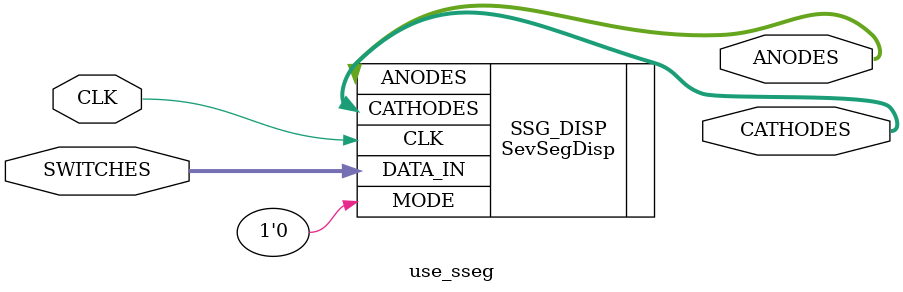
<source format=sv>
`timescale 1ns / 1ps


module use_sseg(
    input CLK,
    input [15:0] SWITCHES,
    output [7:0] CATHODES,
    output [3:0] ANODES

    );

       SevSegDisp SSG_DISP (.DATA_IN(SWITCHES), .CLK(CLK), .MODE(1'b0),
                       .CATHODES(CATHODES), .ANODES(ANODES));
endmodule

</source>
